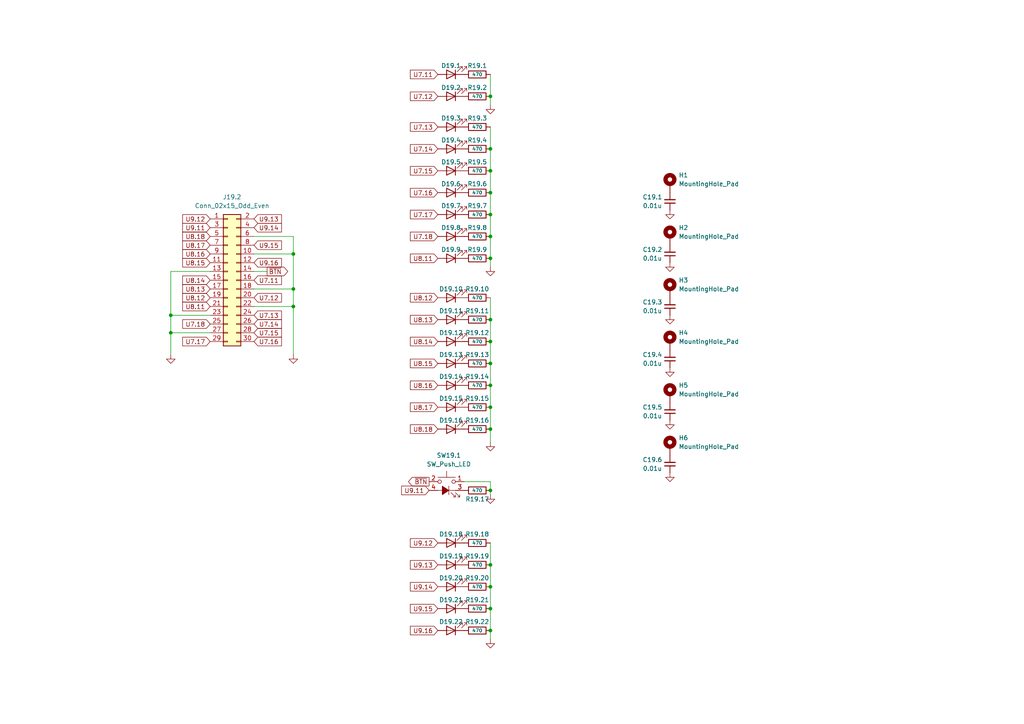
<source format=kicad_sch>
(kicad_sch (version 20211123) (generator eeschema)
  (paper "A4")
  (lib_symbols
    (symbol "Connector_Generic:Conn_02x15_Odd_Even" (pin_names (offset 1.016) hide)
      (property "Reference" "J" (at 1.27 20.32 0))
      (property "Value" "Conn_02x15_Odd_Even" (at 1.27 -20.32 0))
      (symbol "Conn_02x15_Odd_Even_1_1"
        (rectangle (start -1.27 -17.653) (end 0 -17.907) (stroke (width 0.1524)))
        (rectangle (start -1.27 -15.113) (end 0 -15.367) (stroke (width 0.1524)))
        (rectangle (start -1.27 -12.573) (end 0 -12.827) (stroke (width 0.1524)))
        (rectangle (start -1.27 -10.033) (end 0 -10.287) (stroke (width 0.1524)))
        (rectangle (start -1.27 -7.493) (end 0 -7.747) (stroke (width 0.1524)))
        (rectangle (start -1.27 -4.953) (end 0 -5.207) (stroke (width 0.1524)))
        (rectangle (start -1.27 -2.413) (end 0 -2.667) (stroke (width 0.1524)))
        (rectangle (start -1.27 0.127) (end 0 -0.127) (stroke (width 0.1524)))
        (rectangle (start -1.27 2.667) (end 0 2.413) (stroke (width 0.1524)))
        (rectangle (start -1.27 5.207) (end 0 4.953) (stroke (width 0.1524)))
        (rectangle (start -1.27 7.747) (end 0 7.493) (stroke (width 0.1524)))
        (rectangle (start -1.27 10.287) (end 0 10.033) (stroke (width 0.1524)))
        (rectangle (start -1.27 12.827) (end 0 12.573) (stroke (width 0.1524)))
        (rectangle (start -1.27 15.367) (end 0 15.113) (stroke (width 0.1524)))
        (rectangle (start -1.27 17.907) (end 0 17.653) (stroke (width 0.1524)))
        (rectangle (start -1.27 19.05) (end 3.81 -19.05) (stroke (width 0.254)) (fill (type background)))
        (rectangle (start 3.81 -17.653) (end 2.54 -17.907) (stroke (width 0.1524)))
        (rectangle (start 3.81 -15.113) (end 2.54 -15.367) (stroke (width 0.1524)))
        (rectangle (start 3.81 -12.573) (end 2.54 -12.827) (stroke (width 0.1524)))
        (rectangle (start 3.81 -10.033) (end 2.54 -10.287) (stroke (width 0.1524)))
        (rectangle (start 3.81 -7.493) (end 2.54 -7.747) (stroke (width 0.1524)))
        (rectangle (start 3.81 -4.953) (end 2.54 -5.207) (stroke (width 0.1524)))
        (rectangle (start 3.81 -2.413) (end 2.54 -2.667) (stroke (width 0.1524)))
        (rectangle (start 3.81 0.127) (end 2.54 -0.127) (stroke (width 0.1524)))
        (rectangle (start 3.81 2.667) (end 2.54 2.413) (stroke (width 0.1524)))
        (rectangle (start 3.81 5.207) (end 2.54 4.953) (stroke (width 0.1524)))
        (rectangle (start 3.81 7.747) (end 2.54 7.493) (stroke (width 0.1524)))
        (rectangle (start 3.81 10.287) (end 2.54 10.033) (stroke (width 0.1524)))
        (rectangle (start 3.81 12.827) (end 2.54 12.573) (stroke (width 0.1524)))
        (rectangle (start 3.81 15.367) (end 2.54 15.113) (stroke (width 0.1524)))
        (rectangle (start 3.81 17.907) (end 2.54 17.653) (stroke (width 0.1524)))
        (pin passive line (at -5.08 17.78 0) (length 3.81) (name "Pin_1") (number "1"))
        (pin passive line (at 7.62 7.62 180) (length 3.81) (name "Pin_10") (number "10"))
        (pin passive line (at -5.08 5.08 0) (length 3.81) (name "Pin_11") (number "11"))
        (pin passive line (at 7.62 5.08 180) (length 3.81) (name "Pin_12") (number "12"))
        (pin passive line (at -5.08 2.54 0) (length 3.81) (name "Pin_13") (number "13"))
        (pin passive line (at 7.62 2.54 180) (length 3.81) (name "Pin_14") (number "14"))
        (pin passive line (at -5.08 0 0) (length 3.81) (name "Pin_15") (number "15"))
        (pin passive line (at 7.62 0 180) (length 3.81) (name "Pin_16") (number "16"))
        (pin passive line (at -5.08 -2.54 0) (length 3.81) (name "Pin_17") (number "17"))
        (pin passive line (at 7.62 -2.54 180) (length 3.81) (name "Pin_18") (number "18"))
        (pin passive line (at -5.08 -5.08 0) (length 3.81) (name "Pin_19") (number "19"))
        (pin passive line (at 7.62 17.78 180) (length 3.81) (name "Pin_2") (number "2"))
        (pin passive line (at 7.62 -5.08 180) (length 3.81) (name "Pin_20") (number "20"))
        (pin passive line (at -5.08 -7.62 0) (length 3.81) (name "Pin_21") (number "21"))
        (pin passive line (at 7.62 -7.62 180) (length 3.81) (name "Pin_22") (number "22"))
        (pin passive line (at -5.08 -10.16 0) (length 3.81) (name "Pin_23") (number "23"))
        (pin passive line (at 7.62 -10.16 180) (length 3.81) (name "Pin_24") (number "24"))
        (pin passive line (at -5.08 -12.7 0) (length 3.81) (name "Pin_25") (number "25"))
        (pin passive line (at 7.62 -12.7 180) (length 3.81) (name "Pin_26") (number "26"))
        (pin passive line (at -5.08 -15.24 0) (length 3.81) (name "Pin_27") (number "27"))
        (pin passive line (at 7.62 -15.24 180) (length 3.81) (name "Pin_28") (number "28"))
        (pin passive line (at -5.08 -17.78 0) (length 3.81) (name "Pin_29") (number "29"))
        (pin passive line (at -5.08 15.24 0) (length 3.81) (name "Pin_3") (number "3"))
        (pin passive line (at 7.62 -17.78 180) (length 3.81) (name "Pin_30") (number "30"))
        (pin passive line (at 7.62 15.24 180) (length 3.81) (name "Pin_4") (number "4"))
        (pin passive line (at -5.08 12.7 0) (length 3.81) (name "Pin_5") (number "5"))
        (pin passive line (at 7.62 12.7 180) (length 3.81) (name "Pin_6") (number "6"))
        (pin passive line (at -5.08 10.16 0) (length 3.81) (name "Pin_7") (number "7"))
        (pin passive line (at 7.62 10.16 180) (length 3.81) (name "Pin_8") (number "8"))
        (pin passive line (at -5.08 7.62 0) (length 3.81) (name "Pin_9") (number "9"))
      )
    )
    (symbol "Device:C_Small" (pin_numbers hide) (pin_names (offset 0.254) hide)
      (property "Reference" "C" (at 0.254 1.778 0))
      (property "Value" "C_Small" (at 0.254 -2.032 0))
      (symbol "C_Small_0_1"
        (polyline (pts (xy -1.524 -0.508) (xy 1.524 -0.508)) (stroke (width 0.3302)))
        (polyline (pts (xy -1.524 0.508) (xy 1.524 0.508)) (stroke (width 0.3048)))
      )
      (symbol "C_Small_1_1"
        (pin passive line (at 0 2.54 270) (length 2.032) (name "~") (number "1"))
        (pin passive line (at 0 -2.54 90) (length 2.032) (name "~") (number "2"))
      )
    )
    (symbol "Device:LED" (pin_numbers hide) (pin_names (offset 1.016) hide)
      (property "Reference" "D" (at 0 2.54 0))
      (property "Value" "LED" (at 0 -2.54 0))
      (symbol "LED_0_1"
        (polyline (pts (xy -1.27 -1.27) (xy -1.27 1.27)) (stroke (width 0.254)))
        (polyline (pts (xy -1.27 0) (xy 1.27 0)))
        (polyline (pts (xy 1.27 -1.27) (xy 1.27 1.27) (xy -1.27 0) (xy 1.27 -1.27)) (stroke (width 0.254)))
        (polyline (pts (xy -3.048 -0.762) (xy -4.572 -2.286) (xy -3.81 -2.286) (xy -4.572 -2.286) (xy -4.572 -1.524)))
        (polyline (pts (xy -1.778 -0.762) (xy -3.302 -2.286) (xy -2.54 -2.286) (xy -3.302 -2.286) (xy -3.302 -1.524)))
      )
      (symbol "LED_1_1"
        (pin passive line (at -3.81 0 0) (length 2.54) (name "K") (number "1"))
        (pin passive line (at 3.81 0 180) (length 2.54) (name "A") (number "2"))
      )
    )
    (symbol "Device:R" (pin_numbers hide) (pin_names (offset 0))
      (property "Reference" "R" (at 2.032 0 90))
      (property "Value" "R" (at 0 0 90))
      (symbol "R_0_1"
        (rectangle (start -1.016 -2.54) (end 1.016 2.54) (stroke (width 0.254)))
      )
      (symbol "R_1_1"
        (pin passive line (at 0 3.81 270) (length 1.27) (name "~") (number "1"))
        (pin passive line (at 0 -3.81 90) (length 1.27) (name "~") (number "2"))
      )
    )
    (symbol "Mechanical:MountingHole_Pad" (pin_numbers hide) (pin_names (offset 1.016) hide)
      (property "Reference" "H" (at 0 6.35 0))
      (property "Value" "MountingHole_Pad" (at 0 4.445 0))
      (symbol "MountingHole_Pad_0_1"
        (circle (center 0 1.27) (radius 1.27) (stroke (width 1.27)))
      )
      (symbol "MountingHole_Pad_1_1"
        (pin input line (at 0 -2.54 90) (length 2.54) (name "1") (number "1"))
      )
    )
    (symbol "Switch:SW_Push_LED" (pin_names (offset 1.016) hide)
      (property "Reference" "SW" (at 0.635 5.715 0))
      (property "Value" "SW_Push_LED" (at 0 -3.175 0))
      (symbol "SW_Push_LED_0_0"
        (polyline (pts (xy -3.81 -1.905) (xy -2.54 -0.635)))
        (polyline (pts (xy -2.54 -1.905) (xy -1.27 -0.635)))
        (polyline (pts (xy -2.54 0) (xy 2.54 0)))
        (polyline (pts (xy -0.635 1.27) (xy -0.635 -1.27)))
        (polyline (pts (xy -3.81 -1.27) (xy -3.81 -1.905) (xy -3.175 -1.905)))
        (polyline (pts (xy -2.54 -1.27) (xy -2.54 -1.905) (xy -1.905 -1.905)))
        (polyline (pts (xy -0.635 0) (xy 1.27 1.27) (xy 1.27 -1.27) (xy -0.635 0)) (fill (type outline)))
      )
      (symbol "SW_Push_LED_0_1"
        (circle (center -2.032 2.54) (radius 0.508))
        (polyline (pts (xy 0 3.81) (xy 0 5.588)))
        (polyline (pts (xy 2.54 3.81) (xy -2.54 3.81)))
        (circle (center 2.032 2.54) (radius 0.508))
        (pin passive line (at -5.08 2.54 0) (length 2.54) (name "1") (number "1"))
        (pin passive line (at 5.08 2.54 180) (length 2.54) (name "2") (number "2"))
        (pin passive line (at -5.08 0 0) (length 2.54) (name "K") (number "3"))
        (pin passive line (at 5.08 0 180) (length 2.54) (name "A") (number "4"))
      )
    )
    (symbol "power:GND" (power) (pin_names (offset 0))
      (property "Value" "GND" (at 0 -3.81 0))
      (symbol "GND_0_1"
        (polyline (pts (xy 0 0) (xy 0 -1.27) (xy 1.27 -1.27) (xy 0 -2.54) (xy -1.27 -1.27) (xy 0 -1.27)))
      )
      (symbol "GND_1_1"
        (pin power_in line (at 0 0 270) (length 0) hide (name "GND") (number "1"))
      )
    )
  )
  (junction (at 49.53 96.52))
  (junction (at 142.24 163.83))
  (junction (at 142.24 55.88))
  (junction (at 142.24 62.23))
  (junction (at 142.24 118.11))
  (junction (at 142.24 142.24))
  (junction (at 142.24 68.58))
  (junction (at 142.24 99.06))
  (junction (at 49.53 91.44))
  (junction (at 85.09 73.66))
  (junction (at 142.24 182.88))
  (junction (at 85.09 88.9))
  (junction (at 85.09 83.82))
  (junction (at 142.24 111.76))
  (junction (at 142.24 92.71))
  (junction (at 142.24 124.46))
  (junction (at 142.24 105.41))
  (junction (at 142.24 43.18))
  (junction (at 142.24 49.53))
  (junction (at 142.24 27.94))
  (junction (at 142.24 170.18))
  (junction (at 142.24 176.53))
  (junction (at 142.24 74.93))
  (wire (pts (xy 85.09 68.58) (xy 85.09 73.66)))
  (wire (pts (xy 142.24 182.88) (xy 142.24 185.42)))
  (wire (pts (xy 49.53 91.44) (xy 60.96 91.44)))
  (wire (pts (xy 142.24 111.76) (xy 142.24 118.11)))
  (wire (pts (xy 142.24 118.11) (xy 142.24 124.46)))
  (wire (pts (xy 49.53 96.52) (xy 60.96 96.52)))
  (wire (pts (xy 142.24 163.83) (xy 142.24 170.18)))
  (wire (pts (xy 142.24 21.59) (xy 142.24 27.94)))
  (wire (pts (xy 142.24 139.7) (xy 142.24 142.24)))
  (wire (pts (xy 142.24 68.58) (xy 142.24 74.93)))
  (wire (pts (xy 85.09 88.9) (xy 85.09 102.87)))
  (wire (pts (xy 142.24 27.94) (xy 142.24 30.48)))
  (wire (pts (xy 142.24 99.06) (xy 142.24 105.41)))
  (wire (pts (xy 73.66 88.9) (xy 85.09 88.9)))
  (wire (pts (xy 142.24 55.88) (xy 142.24 62.23)))
  (wire (pts (xy 73.66 83.82) (xy 85.09 83.82)))
  (wire (pts (xy 73.66 78.74) (xy 77.47 78.74)))
  (wire (pts (xy 142.24 142.24) (xy 142.24 143.51)))
  (wire (pts (xy 73.66 73.66) (xy 85.09 73.66)))
  (wire (pts (xy 142.24 62.23) (xy 142.24 68.58)))
  (wire (pts (xy 60.96 78.74) (xy 49.53 78.74)))
  (wire (pts (xy 49.53 91.44) (xy 49.53 96.52)))
  (wire (pts (xy 142.24 36.83) (xy 142.24 43.18)))
  (wire (pts (xy 49.53 78.74) (xy 49.53 91.44)))
  (wire (pts (xy 142.24 43.18) (xy 142.24 49.53)))
  (wire (pts (xy 142.24 74.93) (xy 142.24 77.47)))
  (wire (pts (xy 142.24 124.46) (xy 142.24 128.27)))
  (wire (pts (xy 49.53 96.52) (xy 49.53 102.87)))
  (wire (pts (xy 142.24 49.53) (xy 142.24 55.88)))
  (wire (pts (xy 142.24 92.71) (xy 142.24 99.06)))
  (wire (pts (xy 142.24 170.18) (xy 142.24 176.53)))
  (wire (pts (xy 142.24 105.41) (xy 142.24 111.76)))
  (wire (pts (xy 142.24 157.48) (xy 142.24 163.83)))
  (wire (pts (xy 134.62 139.7) (xy 142.24 139.7)))
  (wire (pts (xy 85.09 73.66) (xy 85.09 83.82)))
  (wire (pts (xy 142.24 176.53) (xy 142.24 182.88)))
  (wire (pts (xy 142.24 86.36) (xy 142.24 92.71)))
  (wire (pts (xy 73.66 68.58) (xy 85.09 68.58)))
  (wire (pts (xy 85.09 83.82) (xy 85.09 88.9)))
  (global_label "~{BTN}" (shape output) (at 124.46 139.7 180) (property "Intersheet References" "${INTERSHEET_REFS}" (effects hide)))
  (global_label "U8.14" (shape input) (at 60.96 81.28 180) (property "Intersheet References" "${INTERSHEET_REFS}" (effects hide)))
  (global_label "U8.15" (shape input) (at 127 105.41 180) (property "Intersheet References" "${INTERSHEET_REFS}" (effects hide)))
  (global_label "U9.13" (shape input) (at 127 163.83 180) (property "Intersheet References" "${INTERSHEET_REFS}" (effects hide)))
  (global_label "U9.14" (shape input) (at 73.66 66.04 0) (property "Intersheet References" "${INTERSHEET_REFS}" (effects hide)))
  (global_label "U9.16" (shape input) (at 127 182.88 180) (property "Intersheet References" "${INTERSHEET_REFS}" (effects hide)))
  (global_label "U8.17" (shape input) (at 127 118.11 180) (property "Intersheet References" "${INTERSHEET_REFS}" (effects hide)))
  (global_label "U7.11" (shape input) (at 127 21.59 180) (property "Intersheet References" "${INTERSHEET_REFS}" (effects hide)))
  (global_label "U9.15" (shape input) (at 73.66 71.12 0) (property "Intersheet References" "${INTERSHEET_REFS}" (effects hide)))
  (global_label "U7.14" (shape input) (at 73.66 93.98 0) (property "Intersheet References" "${INTERSHEET_REFS}" (effects hide)))
  (global_label "U9.11" (shape input) (at 60.96 66.04 180) (property "Intersheet References" "${INTERSHEET_REFS}" (effects hide)))
  (global_label "U8.18" (shape input) (at 127 124.46 180) (property "Intersheet References" "${INTERSHEET_REFS}" (effects hide)))
  (global_label "U8.13" (shape input) (at 60.96 83.82 180) (property "Intersheet References" "${INTERSHEET_REFS}" (effects hide)))
  (global_label "U8.11" (shape input) (at 60.96 88.9 180) (property "Intersheet References" "${INTERSHEET_REFS}" (effects hide)))
  (global_label "U9.15" (shape input) (at 127 176.53 180) (property "Intersheet References" "${INTERSHEET_REFS}" (effects hide)))
  (global_label "U7.16" (shape input) (at 73.66 99.06 0) (property "Intersheet References" "${INTERSHEET_REFS}" (effects hide)))
  (global_label "U7.13" (shape input) (at 127 36.83 180) (property "Intersheet References" "${INTERSHEET_REFS}" (effects hide)))
  (global_label "~{BTN}" (shape output) (at 77.47 78.74 0) (property "Intersheet References" "${INTERSHEET_REFS}" (effects hide)))
  (global_label "U8.17" (shape input) (at 60.96 71.12 180) (property "Intersheet References" "${INTERSHEET_REFS}" (effects hide)))
  (global_label "U9.11" (shape input) (at 124.46 142.24 180) (property "Intersheet References" "${INTERSHEET_REFS}" (effects hide)))
  (global_label "U7.18" (shape input) (at 60.96 93.98 180) (property "Intersheet References" "${INTERSHEET_REFS}" (effects hide)))
  (global_label "U7.18" (shape input) (at 127 68.58 180) (property "Intersheet References" "${INTERSHEET_REFS}" (effects hide)))
  (global_label "U9.12" (shape input) (at 60.96 63.5 180) (property "Intersheet References" "${INTERSHEET_REFS}" (effects hide)))
  (global_label "U8.12" (shape input) (at 60.96 86.36 180) (property "Intersheet References" "${INTERSHEET_REFS}" (effects hide)))
  (global_label "U8.11" (shape input) (at 127 74.93 180) (property "Intersheet References" "${INTERSHEET_REFS}" (effects hide)))
  (global_label "U8.15" (shape input) (at 60.96 76.2 180) (property "Intersheet References" "${INTERSHEET_REFS}" (effects hide)))
  (global_label "U8.14" (shape input) (at 127 99.06 180) (property "Intersheet References" "${INTERSHEET_REFS}" (effects hide)))
  (global_label "U8.12" (shape input) (at 127 86.36 180) (property "Intersheet References" "${INTERSHEET_REFS}" (effects hide)))
  (global_label "U9.12" (shape input) (at 127 157.48 180) (property "Intersheet References" "${INTERSHEET_REFS}" (effects hide)))
  (global_label "U9.13" (shape input) (at 73.66 63.5 0) (property "Intersheet References" "${INTERSHEET_REFS}" (effects hide)))
  (global_label "U7.14" (shape input) (at 127 43.18 180) (property "Intersheet References" "${INTERSHEET_REFS}" (effects hide)))
  (global_label "U8.16" (shape input) (at 127 111.76 180) (property "Intersheet References" "${INTERSHEET_REFS}" (effects hide)))
  (global_label "U7.11" (shape input) (at 73.66 81.28 0) (property "Intersheet References" "${INTERSHEET_REFS}" (effects hide)))
  (global_label "U7.15" (shape input) (at 73.66 96.52 0) (property "Intersheet References" "${INTERSHEET_REFS}" (effects hide)))
  (global_label "U7.13" (shape input) (at 73.66 91.44 0) (property "Intersheet References" "${INTERSHEET_REFS}" (effects hide)))
  (global_label "U7.17" (shape input) (at 60.96 99.06 180) (property "Intersheet References" "${INTERSHEET_REFS}" (effects hide)))
  (global_label "U7.15" (shape input) (at 127 49.53 180) (property "Intersheet References" "${INTERSHEET_REFS}" (effects hide)))
  (global_label "U7.12" (shape input) (at 73.66 86.36 0) (property "Intersheet References" "${INTERSHEET_REFS}" (effects hide)))
  (global_label "U8.13" (shape input) (at 127 92.71 180) (property "Intersheet References" "${INTERSHEET_REFS}" (effects hide)))
  (global_label "U7.12" (shape input) (at 127 27.94 180) (property "Intersheet References" "${INTERSHEET_REFS}" (effects hide)))
  (global_label "U8.16" (shape input) (at 60.96 73.66 180) (property "Intersheet References" "${INTERSHEET_REFS}" (effects hide)))
  (global_label "U8.18" (shape input) (at 60.96 68.58 180) (property "Intersheet References" "${INTERSHEET_REFS}" (effects hide)))
  (global_label "U9.16" (shape input) (at 73.66 76.2 0) (property "Intersheet References" "${INTERSHEET_REFS}" (effects hide)))
  (global_label "U9.14" (shape input) (at 127 170.18 180) (property "Intersheet References" "${INTERSHEET_REFS}" (effects hide)))
  (global_label "U7.16" (shape input) (at 127 55.88 180) (property "Intersheet References" "${INTERSHEET_REFS}" (effects hide)))
  (global_label "U7.17" (shape input) (at 127 62.23 180) (property "Intersheet References" "${INTERSHEET_REFS}" (effects hide)))
  (symbol (lib_id "Device:R") (at 138.43 124.46 90) (unit 1)
    (property "Reference" "R19.16" (at 138.43 121.92 90))
    (property "Value" "470" (at 138.43 124.46 90) (effects (font (size 1 1))))
    (property "Footprint" "Resistor_SMD:R_0805_2012Metric" (effects hide))
  )
  (symbol (lib_id "Device:R") (at 138.43 157.48 90) (unit 1)
    (property "Reference" "R19.18" (at 138.43 154.94 90))
    (property "Value" "470" (at 138.43 157.48 90) (effects (font (size 1 1))))
    (property "Footprint" "Resistor_SMD:R_0805_2012Metric" (effects hide))
  )
  (symbol (lib_id "Device:LED") (at 130.81 111.76 180) (unit 1)
    (property "Reference" "D19.14" (at 130.81 109.22 0))
    (property "Value" "LED" (effects hide))
    (property "Footprint" "LED_THT:LED_Rectangular_W5.0mm_H2.0mm" (effects hide))
  )
  (symbol (lib_id "Device:R") (at 138.43 111.76 90) (unit 1)
    (property "Reference" "R19.14" (at 138.43 109.22 90))
    (property "Value" "470" (at 138.43 111.76 90) (effects (font (size 1 1))))
    (property "Footprint" "Resistor_SMD:R_0805_2012Metric" (effects hide))
  )
  (symbol (lib_id "Device:LED") (at 130.81 182.88 180) (unit 1)
    (property "Reference" "D19.22" (at 130.81 180.34 0))
    (property "Value" "LED" (effects hide))
    (property "Footprint" "LED_THT:LED_Rectangular_W5.0mm_H2.0mm" (effects hide))
  )
  (symbol (lib_id "power:GND") (at 85.09 102.87 0) (unit 1)
    (property "Reference" "#PWR02" (effects hide))
    (property "Value" "GND" (effects hide))
  )
  (symbol (lib_id "Device:LED") (at 130.81 92.71 180) (unit 1)
    (property "Reference" "D19.11" (at 130.81 90.17 0))
    (property "Value" "LED" (effects hide))
    (property "Footprint" "LED_THT:LED_Rectangular_W5.0mm_H2.0mm" (effects hide))
  )
  (symbol (lib_id "Device:LED") (at 130.81 99.06 180) (unit 1)
    (property "Reference" "D19.12" (at 130.81 96.52 0))
    (property "Value" "LED" (effects hide))
    (property "Footprint" "LED_THT:LED_Rectangular_W5.0mm_H2.0mm" (effects hide))
  )
  (symbol (lib_id "power:GND") (at 194.31 137.16 0) (unit 1)
    (property "Reference" "#PWR013" (effects hide))
    (property "Value" "GND" (effects hide))
  )
  (symbol (lib_id "Switch:SW_Push_LED") (at 129.54 142.24 0) (mirror y) (unit 1)
    (property "Reference" "SW19.1" (at 130.175 132.08 0))
    (property "Value" "SW_Push_LED" (at 130.175 134.62 0))
    (property "Footprint" "lib:SW_PUSH_6mm" (effects hide))
  )
  (symbol (lib_id "power:GND") (at 194.31 76.2 0) (unit 1)
    (property "Reference" "#PWR09" (effects hide))
    (property "Value" "GND" (effects hide))
  )
  (symbol (lib_id "Device:LED") (at 130.81 163.83 180) (unit 1)
    (property "Reference" "D19.19" (at 130.81 161.29 0))
    (property "Value" "LED" (effects hide))
    (property "Footprint" "LED_THT:LED_Rectangular_W5.0mm_H2.0mm" (effects hide))
  )
  (symbol (lib_id "Device:R") (at 138.43 43.18 90) (unit 1)
    (property "Reference" "R19.4" (at 138.43 40.64 90))
    (property "Value" "470" (at 138.43 43.18 90) (effects (font (size 1 1))))
    (property "Footprint" "Resistor_SMD:R_0805_2012Metric" (effects hide))
  )
  (symbol (lib_id "Device:C_Small") (at 194.31 88.9 180) (unit 1)
    (property "Reference" "C19.3" (at 189.23 87.63 0))
    (property "Value" "0.01u" (at 189.23 90.17 0))
    (property "Footprint" "Capacitor_SMD:C_0805_2012Metric" (effects hide))
  )
  (symbol (lib_id "Device:R") (at 138.43 142.24 90) (unit 1)
    (property "Reference" "R19.17" (at 138.43 144.78 90))
    (property "Value" "470" (at 138.43 142.24 90) (effects (font (size 1 1))))
    (property "Footprint" "Resistor_SMD:R_0805_2012Metric" (effects hide))
  )
  (symbol (lib_id "Device:LED") (at 130.81 74.93 180) (unit 1)
    (property "Reference" "D19.9" (at 130.81 72.39 0))
    (property "Value" "LED" (effects hide))
    (property "Footprint" "LED_THT:LED_Rectangular_W5.0mm_H2.0mm" (effects hide))
  )
  (symbol (lib_id "Device:LED") (at 130.81 124.46 180) (unit 1)
    (property "Reference" "D19.16" (at 130.81 121.92 0))
    (property "Value" "LED" (effects hide))
    (property "Footprint" "LED_THT:LED_Rectangular_W5.0mm_H2.0mm" (effects hide))
  )
  (symbol (lib_id "Mechanical:MountingHole_Pad") (at 194.31 129.54 0) (unit 1)
    (property "Reference" "H6" (at 196.85 126.9999 0) (effects (justify left)))
    (property "Value" "MountingHole_Pad" (at 196.85 129.5399 0) (effects (justify left)))
    (property "Footprint" "MountingHole:MountingHole_3.2mm_M3_Pad_Via" (effects hide))
  )
  (symbol (lib_id "Device:LED") (at 130.81 43.18 180) (unit 1)
    (property "Reference" "D19.4" (at 130.81 40.64 0))
    (property "Value" "LED" (effects hide))
    (property "Footprint" "LED_THT:LED_Rectangular_W5.0mm_H2.0mm" (effects hide))
  )
  (symbol (lib_id "Device:R") (at 138.43 68.58 90) (unit 1)
    (property "Reference" "R19.8" (at 138.43 66.04 90))
    (property "Value" "470" (at 138.43 68.58 90) (effects (font (size 1 1))))
    (property "Footprint" "Resistor_SMD:R_0805_2012Metric" (effects hide))
  )
  (symbol (lib_id "Device:C_Small") (at 194.31 104.14 180) (unit 1)
    (property "Reference" "C19.4" (at 189.23 102.87 0))
    (property "Value" "0.01u" (at 189.23 105.41 0))
    (property "Footprint" "Capacitor_SMD:C_0805_2012Metric" (effects hide))
  )
  (symbol (lib_id "Device:LED") (at 130.81 62.23 180) (unit 1)
    (property "Reference" "D19.7" (at 130.81 59.69 0))
    (property "Value" "LED" (effects hide))
    (property "Footprint" "LED_THT:LED_Rectangular_W5.0mm_H2.0mm" (effects hide))
  )
  (symbol (lib_id "Device:R") (at 138.43 74.93 90) (unit 1)
    (property "Reference" "R19.9" (at 138.43 72.39 90))
    (property "Value" "470" (at 138.43 74.93 90) (effects (font (size 1 1))))
    (property "Footprint" "Resistor_SMD:R_0805_2012Metric" (effects hide))
  )
  (symbol (lib_id "Device:C_Small") (at 194.31 134.62 180) (unit 1)
    (property "Reference" "C19.6" (at 189.23 133.35 0))
    (property "Value" "0.01u" (at 189.23 135.89 0))
    (property "Footprint" "Capacitor_SMD:C_0805_2012Metric" (effects hide))
  )
  (symbol (lib_id "Device:LED") (at 130.81 55.88 180) (unit 1)
    (property "Reference" "D19.6" (at 130.81 53.34 0))
    (property "Value" "LED" (effects hide))
    (property "Footprint" "LED_THT:LED_Rectangular_W5.0mm_H2.0mm" (effects hide))
  )
  (symbol (lib_id "Device:R") (at 138.43 55.88 90) (unit 1)
    (property "Reference" "R19.6" (at 138.43 53.34 90))
    (property "Value" "470" (at 138.43 55.88 90) (effects (font (size 1 1))))
    (property "Footprint" "Resistor_SMD:R_0805_2012Metric" (effects hide))
  )
  (symbol (lib_id "Device:LED") (at 130.81 176.53 180) (unit 1)
    (property "Reference" "D19.21" (at 130.81 173.99 0))
    (property "Value" "LED" (effects hide))
    (property "Footprint" "LED_THT:LED_Rectangular_W5.0mm_H2.0mm" (effects hide))
  )
  (symbol (lib_id "Device:LED") (at 130.81 118.11 180) (unit 1)
    (property "Reference" "D19.15" (at 130.81 115.57 0))
    (property "Value" "LED" (effects hide))
    (property "Footprint" "LED_THT:LED_Rectangular_W5.0mm_H2.0mm" (effects hide))
  )
  (symbol (lib_id "Device:R") (at 138.43 92.71 90) (unit 1)
    (property "Reference" "R19.11" (at 138.43 90.17 90))
    (property "Value" "470" (at 138.43 92.71 90) (effects (font (size 1 1))))
    (property "Footprint" "Resistor_SMD:R_0805_2012Metric" (effects hide))
  )
  (symbol (lib_id "Device:LED") (at 130.81 170.18 180) (unit 1)
    (property "Reference" "D19.20" (at 130.81 167.64 0))
    (property "Value" "LED" (effects hide))
    (property "Footprint" "LED_THT:LED_Rectangular_W5.0mm_H2.0mm" (effects hide))
  )
  (symbol (lib_id "power:GND") (at 142.24 30.48 0) (unit 1)
    (property "Reference" "#PWR03" (effects hide))
    (property "Value" "GND" (effects hide))
  )
  (symbol (lib_id "power:GND") (at 194.31 106.68 0) (unit 1)
    (property "Reference" "#PWR011" (effects hide))
    (property "Value" "GND" (effects hide))
  )
  (symbol (lib_id "power:GND") (at 142.24 185.42 0) (unit 1)
    (property "Reference" "#PWR07" (effects hide))
    (property "Value" "GND" (effects hide))
  )
  (symbol (lib_id "power:GND") (at 142.24 143.51 0) (unit 1)
    (property "Reference" "#PWR06" (effects hide))
    (property "Value" "GND" (effects hide))
  )
  (symbol (lib_id "Device:LED") (at 130.81 105.41 180) (unit 1)
    (property "Reference" "D19.13" (at 130.81 102.87 0))
    (property "Value" "LED" (effects hide))
    (property "Footprint" "LED_THT:LED_Rectangular_W5.0mm_H2.0mm" (effects hide))
  )
  (symbol (lib_id "Device:LED") (at 130.81 21.59 180) (unit 1)
    (property "Reference" "D19.1" (at 130.81 19.05 0))
    (property "Value" "LED" (effects hide))
    (property "Footprint" "LED_THT:LED_Rectangular_W5.0mm_H2.0mm" (effects hide))
  )
  (symbol (lib_id "power:GND") (at 49.53 102.87 0) (unit 1)
    (property "Reference" "#PWR01" (effects hide))
    (property "Value" "GND" (effects hide))
  )
  (symbol (lib_id "Connector_Generic:Conn_02x15_Odd_Even") (at 66.04 81.28 0) (unit 1)
    (property "Reference" "J19.2" (at 67.31 57.15 0))
    (property "Value" "Conn_02x15_Odd_Even" (at 67.31 59.69 0))
    (property "Footprint" "Connector_IDC:IDC-Header_2x15_P2.54mm_Vertical" (effects hide))
  )
  (symbol (lib_id "Device:LED") (at 130.81 27.94 180) (unit 1)
    (property "Reference" "D19.2" (at 130.81 25.4 0))
    (property "Value" "LED" (effects hide))
    (property "Footprint" "LED_THT:LED_Rectangular_W5.0mm_H2.0mm" (effects hide))
  )
  (symbol (lib_id "power:GND") (at 142.24 128.27 0) (unit 1)
    (property "Reference" "#PWR05" (effects hide))
    (property "Value" "GND" (effects hide))
  )
  (symbol (lib_id "Mechanical:MountingHole_Pad") (at 194.31 53.34 0) (unit 1)
    (property "Reference" "H1" (at 196.85 50.7999 0) (effects (justify left)))
    (property "Value" "MountingHole_Pad" (at 196.85 53.3399 0) (effects (justify left)))
    (property "Footprint" "MountingHole:MountingHole_3.2mm_M3_Pad_Via" (effects hide))
  )
  (symbol (lib_id "power:GND") (at 194.31 121.92 0) (unit 1)
    (property "Reference" "#PWR012" (effects hide))
    (property "Value" "GND" (effects hide))
  )
  (symbol (lib_id "Device:C_Small") (at 194.31 73.66 180) (unit 1)
    (property "Reference" "C19.2" (at 189.23 72.39 0))
    (property "Value" "0.01u" (at 189.23 74.93 0))
    (property "Footprint" "Capacitor_SMD:C_0805_2012Metric" (effects hide))
  )
  (symbol (lib_id "Device:LED") (at 130.81 86.36 180) (unit 1)
    (property "Reference" "D19.10" (at 130.81 83.82 0))
    (property "Value" "LED" (effects hide))
    (property "Footprint" "LED_THT:LED_Rectangular_W5.0mm_H2.0mm" (effects hide))
  )
  (symbol (lib_id "Device:R") (at 138.43 118.11 90) (unit 1)
    (property "Reference" "R19.15" (at 138.43 115.57 90))
    (property "Value" "470" (at 138.43 118.11 90) (effects (font (size 1 1))))
    (property "Footprint" "Resistor_SMD:R_0805_2012Metric" (effects hide))
  )
  (symbol (lib_id "Device:R") (at 138.43 21.59 90) (unit 1)
    (property "Reference" "R19.1" (at 138.43 19.05 90))
    (property "Value" "470" (at 138.43 21.59 90) (effects (font (size 1 1))))
    (property "Footprint" "Resistor_SMD:R_0805_2012Metric" (effects hide))
  )
  (symbol (lib_id "Mechanical:MountingHole_Pad") (at 194.31 68.58 0) (unit 1)
    (property "Reference" "H2" (at 196.85 66.0399 0) (effects (justify left)))
    (property "Value" "MountingHole_Pad" (at 196.85 68.5799 0) (effects (justify left)))
    (property "Footprint" "MountingHole:MountingHole_3.2mm_M3_Pad_Via" (effects hide))
  )
  (symbol (lib_id "power:GND") (at 194.31 60.96 0) (unit 1)
    (property "Reference" "#PWR08" (effects hide))
    (property "Value" "GND" (effects hide))
  )
  (symbol (lib_id "Mechanical:MountingHole_Pad") (at 194.31 114.3 0) (unit 1)
    (property "Reference" "H5" (at 196.85 111.7599 0) (effects (justify left)))
    (property "Value" "MountingHole_Pad" (at 196.85 114.2999 0) (effects (justify left)))
    (property "Footprint" "MountingHole:MountingHole_3.2mm_M3_Pad_Via" (effects hide))
  )
  (symbol (lib_id "Device:R") (at 138.43 182.88 90) (unit 1)
    (property "Reference" "R19.22" (at 138.43 180.34 90))
    (property "Value" "470" (at 138.43 182.88 90) (effects (font (size 1 1))))
    (property "Footprint" "Resistor_SMD:R_0805_2012Metric" (effects hide))
  )
  (symbol (lib_id "Device:LED") (at 130.81 36.83 180) (unit 1)
    (property "Reference" "D19.3" (at 130.81 34.29 0))
    (property "Value" "LED" (effects hide))
    (property "Footprint" "LED_THT:LED_Rectangular_W5.0mm_H2.0mm" (effects hide))
  )
  (symbol (lib_id "Device:R") (at 138.43 86.36 90) (unit 1)
    (property "Reference" "R19.10" (at 138.43 83.82 90))
    (property "Value" "470" (at 138.43 86.36 90) (effects (font (size 1 1))))
    (property "Footprint" "Resistor_SMD:R_0805_2012Metric" (effects hide))
  )
  (symbol (lib_id "Device:R") (at 138.43 99.06 90) (unit 1)
    (property "Reference" "R19.12" (at 138.43 96.52 90))
    (property "Value" "470" (at 138.43 99.06 90) (effects (font (size 1 1))))
    (property "Footprint" "Resistor_SMD:R_0805_2012Metric" (effects hide))
  )
  (symbol (lib_id "Device:R") (at 138.43 170.18 90) (unit 1)
    (property "Reference" "R19.20" (at 138.43 167.64 90))
    (property "Value" "470" (at 138.43 170.18 90) (effects (font (size 1 1))))
    (property "Footprint" "Resistor_SMD:R_0805_2012Metric" (effects hide))
  )
  (symbol (lib_id "Device:C_Small") (at 194.31 119.38 180) (unit 1)
    (property "Reference" "C19.5" (at 189.23 118.11 0))
    (property "Value" "0.01u" (at 189.23 120.65 0))
    (property "Footprint" "Capacitor_SMD:C_0805_2012Metric" (effects hide))
  )
  (symbol (lib_id "Device:R") (at 138.43 176.53 90) (unit 1)
    (property "Reference" "R19.21" (at 138.43 173.99 90))
    (property "Value" "470" (at 138.43 176.53 90) (effects (font (size 1 1))))
    (property "Footprint" "Resistor_SMD:R_0805_2012Metric" (effects hide))
  )
  (symbol (lib_id "Device:R") (at 138.43 49.53 90) (unit 1)
    (property "Reference" "R19.5" (at 138.43 46.99 90))
    (property "Value" "470" (at 138.43 49.53 90) (effects (font (size 1 1))))
    (property "Footprint" "Resistor_SMD:R_0805_2012Metric" (effects hide))
  )
  (symbol (lib_id "Device:R") (at 138.43 62.23 90) (unit 1)
    (property "Reference" "R19.7" (at 138.43 59.69 90))
    (property "Value" "470" (at 138.43 62.23 90) (effects (font (size 1 1))))
    (property "Footprint" "Resistor_SMD:R_0805_2012Metric" (effects hide))
  )
  (symbol (lib_id "Device:LED") (at 130.81 157.48 180) (unit 1)
    (property "Reference" "D19.18" (at 130.81 154.94 0))
    (property "Value" "LED" (effects hide))
    (property "Footprint" "LED_THT:LED_Rectangular_W5.0mm_H2.0mm" (effects hide))
  )
  (symbol (lib_id "Device:R") (at 138.43 163.83 90) (unit 1)
    (property "Reference" "R19.19" (at 138.43 161.29 90))
    (property "Value" "470" (at 138.43 163.83 90) (effects (font (size 1 1))))
    (property "Footprint" "Resistor_SMD:R_0805_2012Metric" (effects hide))
  )
  (symbol (lib_id "Device:R") (at 138.43 27.94 90) (unit 1)
    (property "Reference" "R19.2" (at 138.43 25.4 90))
    (property "Value" "470" (at 138.43 27.94 90) (effects (font (size 1 1))))
    (property "Footprint" "Resistor_SMD:R_0805_2012Metric" (effects hide))
  )
  (symbol (lib_id "Device:C_Small") (at 194.31 58.42 180) (unit 1)
    (property "Reference" "C19.1" (at 189.23 57.15 0))
    (property "Value" "0.01u" (at 189.23 59.69 0))
    (property "Footprint" "Capacitor_SMD:C_0805_2012Metric" (effects hide))
  )
  (symbol (lib_id "Device:LED") (at 130.81 49.53 180) (unit 1)
    (property "Reference" "D19.5" (at 130.81 46.99 0))
    (property "Value" "LED" (effects hide))
    (property "Footprint" "LED_THT:LED_Rectangular_W5.0mm_H2.0mm" (effects hide))
  )
  (symbol (lib_id "Device:LED") (at 130.81 68.58 180) (unit 1)
    (property "Reference" "D19.8" (at 130.81 66.04 0))
    (property "Value" "LED" (effects hide))
    (property "Footprint" "LED_THT:LED_Rectangular_W5.0mm_H2.0mm" (effects hide))
  )
  (symbol (lib_id "power:GND") (at 194.31 91.44 0) (unit 1)
    (property "Reference" "#PWR010" (effects hide))
    (property "Value" "GND" (effects hide))
  )
  (symbol (lib_id "Mechanical:MountingHole_Pad") (at 194.31 83.82 0) (unit 1)
    (property "Reference" "H3" (at 196.85 81.2799 0) (effects (justify left)))
    (property "Value" "MountingHole_Pad" (at 196.85 83.8199 0) (effects (justify left)))
    (property "Footprint" "MountingHole:MountingHole_3.2mm_M3_Pad_Via" (effects hide))
  )
  (symbol (lib_id "Mechanical:MountingHole_Pad") (at 194.31 99.06 0) (unit 1)
    (property "Reference" "H4" (at 196.85 96.5199 0) (effects (justify left)))
    (property "Value" "MountingHole_Pad" (at 196.85 99.0599 0) (effects (justify left)))
    (property "Footprint" "MountingHole:MountingHole_3.2mm_M3_Pad_Via" (effects hide))
  )
  (symbol (lib_id "Device:R") (at 138.43 36.83 90) (unit 1)
    (property "Reference" "R19.3" (at 138.43 34.29 90))
    (property "Value" "470" (at 138.43 36.83 90) (effects (font (size 1 1))))
    (property "Footprint" "Resistor_SMD:R_0805_2012Metric" (effects hide))
  )
  (symbol (lib_id "Device:R") (at 138.43 105.41 90) (unit 1)
    (property "Reference" "R19.13" (at 138.43 102.87 90))
    (property "Value" "470" (at 138.43 105.41 90) (effects (font (size 1 1))))
    (property "Footprint" "Resistor_SMD:R_0805_2012Metric" (effects hide))
  )
  (symbol (lib_id "power:GND") (at 142.24 77.47 0) (unit 1)
    (property "Reference" "#PWR04" (effects hide))
    (property "Value" "GND" (effects hide))
  )
)
</source>
